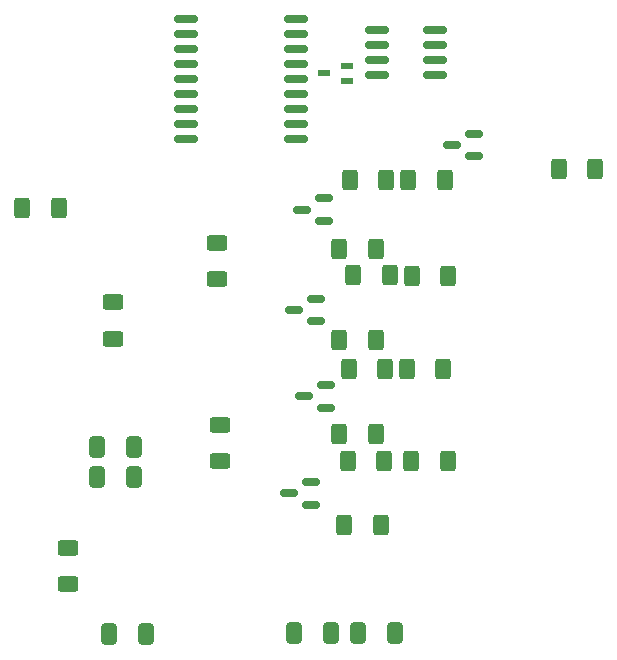
<source format=gbr>
%TF.GenerationSoftware,KiCad,Pcbnew,8.0.1-rc1*%
%TF.CreationDate,2024-06-22T18:18:56-07:00*%
%TF.ProjectId,AMS - CANBus - RGB - Nchannel,414d5320-2d20-4434-914e-427573202d20,rev?*%
%TF.SameCoordinates,Original*%
%TF.FileFunction,Paste,Bot*%
%TF.FilePolarity,Positive*%
%FSLAX46Y46*%
G04 Gerber Fmt 4.6, Leading zero omitted, Abs format (unit mm)*
G04 Created by KiCad (PCBNEW 8.0.1-rc1) date 2024-06-22 18:18:56*
%MOMM*%
%LPD*%
G01*
G04 APERTURE LIST*
G04 Aperture macros list*
%AMRoundRect*
0 Rectangle with rounded corners*
0 $1 Rounding radius*
0 $2 $3 $4 $5 $6 $7 $8 $9 X,Y pos of 4 corners*
0 Add a 4 corners polygon primitive as box body*
4,1,4,$2,$3,$4,$5,$6,$7,$8,$9,$2,$3,0*
0 Add four circle primitives for the rounded corners*
1,1,$1+$1,$2,$3*
1,1,$1+$1,$4,$5*
1,1,$1+$1,$6,$7*
1,1,$1+$1,$8,$9*
0 Add four rect primitives between the rounded corners*
20,1,$1+$1,$2,$3,$4,$5,0*
20,1,$1+$1,$4,$5,$6,$7,0*
20,1,$1+$1,$6,$7,$8,$9,0*
20,1,$1+$1,$8,$9,$2,$3,0*%
G04 Aperture macros list end*
%ADD10RoundRect,0.250000X0.400000X0.625000X-0.400000X0.625000X-0.400000X-0.625000X0.400000X-0.625000X0*%
%ADD11RoundRect,0.250000X-0.412500X-0.650000X0.412500X-0.650000X0.412500X0.650000X-0.412500X0.650000X0*%
%ADD12RoundRect,0.150000X0.825000X0.150000X-0.825000X0.150000X-0.825000X-0.150000X0.825000X-0.150000X0*%
%ADD13RoundRect,0.150000X0.587500X0.150000X-0.587500X0.150000X-0.587500X-0.150000X0.587500X-0.150000X0*%
%ADD14RoundRect,0.250000X-0.625000X0.400000X-0.625000X-0.400000X0.625000X-0.400000X0.625000X0.400000X0*%
%ADD15RoundRect,0.250000X0.412500X0.650000X-0.412500X0.650000X-0.412500X-0.650000X0.412500X-0.650000X0*%
%ADD16RoundRect,0.150000X0.875000X0.150000X-0.875000X0.150000X-0.875000X-0.150000X0.875000X-0.150000X0*%
%ADD17RoundRect,0.250000X0.625000X-0.400000X0.625000X0.400000X-0.625000X0.400000X-0.625000X-0.400000X0*%
%ADD18R,1.000000X0.550000*%
G04 APERTURE END LIST*
D10*
%TO.C,R20*%
X176769600Y-77837900D03*
X173669600Y-77837900D03*
%TD*%
%TO.C,R16*%
X159386300Y-86870400D03*
X156286300Y-86870400D03*
%TD*%
%TO.C,R12*%
X163917200Y-94778800D03*
X160817200Y-94778800D03*
%TD*%
%TO.C,R14*%
X158163000Y-92343800D03*
X155063000Y-92343800D03*
%TD*%
%TO.C,R19*%
X159068200Y-78796800D03*
X155968200Y-78796800D03*
%TD*%
D11*
%TO.C,C2*%
X151273200Y-117184300D03*
X154398200Y-117184300D03*
%TD*%
D12*
%TO.C,U4*%
X163203300Y-66068900D03*
X163203300Y-67338900D03*
X163203300Y-68608900D03*
X163203300Y-69878900D03*
X158253300Y-69878900D03*
X158253300Y-68608900D03*
X158253300Y-67338900D03*
X158253300Y-66068900D03*
%TD*%
D10*
%TO.C,R1*%
X131364300Y-81129300D03*
X128264300Y-81129300D03*
%TD*%
%TO.C,R18*%
X164047000Y-78759100D03*
X160947000Y-78759100D03*
%TD*%
D13*
%TO.C,Q6*%
X153141200Y-88862400D03*
X153141200Y-90762400D03*
X151266200Y-89812400D03*
%TD*%
D14*
%TO.C,R4*%
X132096400Y-109912300D03*
X132096400Y-113012300D03*
%TD*%
D13*
%TO.C,Q8*%
X153776600Y-80343300D03*
X153776600Y-82243300D03*
X151901600Y-81293300D03*
%TD*%
D15*
%TO.C,C4*%
X159775700Y-117159400D03*
X156650700Y-117159400D03*
%TD*%
D16*
%TO.C,U3*%
X151455100Y-65127000D03*
X151455100Y-66397000D03*
X151455100Y-67667000D03*
X151455100Y-68937000D03*
X151455100Y-70207000D03*
X151455100Y-71477000D03*
X151455100Y-72747000D03*
X151455100Y-74017000D03*
X151455100Y-75287000D03*
X142155100Y-75287000D03*
X142155100Y-74017000D03*
X142155100Y-72747000D03*
X142155100Y-71477000D03*
X142155100Y-70207000D03*
X142155100Y-68937000D03*
X142155100Y-67667000D03*
X142155100Y-66397000D03*
X142155100Y-65127000D03*
%TD*%
D17*
%TO.C,R5*%
X144703000Y-87196800D03*
X144703000Y-84096800D03*
%TD*%
D14*
%TO.C,R3*%
X135973000Y-89148700D03*
X135973000Y-92248700D03*
%TD*%
D10*
%TO.C,R15*%
X164314800Y-86895500D03*
X161214800Y-86895500D03*
%TD*%
D15*
%TO.C,C1*%
X138717100Y-117199700D03*
X135592100Y-117199700D03*
%TD*%
D14*
%TO.C,R2*%
X144995600Y-99509000D03*
X144995600Y-102609000D03*
%TD*%
D10*
%TO.C,R9*%
X164299100Y-102591300D03*
X161199100Y-102591300D03*
%TD*%
%TO.C,R8*%
X158630500Y-107964000D03*
X155530500Y-107964000D03*
%TD*%
%TO.C,R13*%
X158976100Y-94816600D03*
X155876100Y-94816600D03*
%TD*%
%TO.C,R10*%
X158890400Y-102591300D03*
X155790400Y-102591300D03*
%TD*%
%TO.C,R11*%
X158177900Y-100269500D03*
X155077900Y-100269500D03*
%TD*%
D13*
%TO.C,Q10*%
X166489700Y-74881200D03*
X166489700Y-76781200D03*
X164614700Y-75831200D03*
%TD*%
D15*
%TO.C,C7*%
X137705500Y-103901700D03*
X134580500Y-103901700D03*
%TD*%
D18*
%TO.C,D1*%
X155737000Y-69105000D03*
X155737000Y-70405000D03*
X153837000Y-69755000D03*
%TD*%
D15*
%TO.C,C6*%
X137701800Y-101431800D03*
X134576800Y-101431800D03*
%TD*%
D13*
%TO.C,Q2*%
X152695600Y-104373800D03*
X152695600Y-106273800D03*
X150820600Y-105323800D03*
%TD*%
%TO.C,Q4*%
X153976400Y-96165100D03*
X153976400Y-98065100D03*
X152101400Y-97115100D03*
%TD*%
D10*
%TO.C,R17*%
X158163000Y-84624300D03*
X155063000Y-84624300D03*
%TD*%
M02*

</source>
